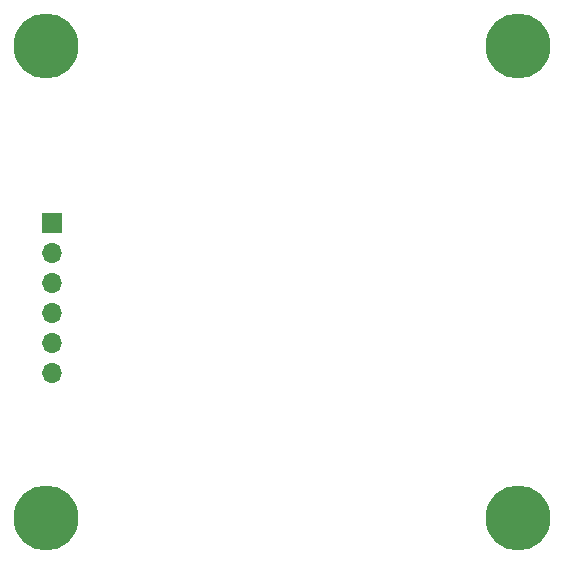
<source format=gbr>
%TF.GenerationSoftware,KiCad,Pcbnew,5.1.9+dfsg1-1~bpo10+1*%
%TF.CreationDate,2021-09-26T18:57:24+00:00*%
%TF.ProjectId,ws2813-breakout,77733238-3133-42d6-9272-65616b6f7574,rev?*%
%TF.SameCoordinates,Original*%
%TF.FileFunction,Soldermask,Bot*%
%TF.FilePolarity,Negative*%
%FSLAX46Y46*%
G04 Gerber Fmt 4.6, Leading zero omitted, Abs format (unit mm)*
G04 Created by KiCad (PCBNEW 5.1.9+dfsg1-1~bpo10+1) date 2021-09-26 18:57:24*
%MOMM*%
%LPD*%
G01*
G04 APERTURE LIST*
%ADD10R,1.700000X1.700000*%
%ADD11O,1.700000X1.700000*%
%ADD12C,5.500000*%
G04 APERTURE END LIST*
D10*
%TO.C,J101*%
X105500000Y-120000000D03*
D11*
X105500000Y-122540000D03*
X105500000Y-125080000D03*
X105500000Y-127620000D03*
X105500000Y-130160000D03*
X105500000Y-132700000D03*
%TD*%
D12*
%TO.C,H101*%
X105000000Y-145000000D03*
%TD*%
%TO.C,H102*%
X145000000Y-145000000D03*
%TD*%
%TO.C,H103*%
X145000000Y-105000000D03*
%TD*%
%TO.C,H104*%
X105000000Y-105000000D03*
%TD*%
M02*

</source>
